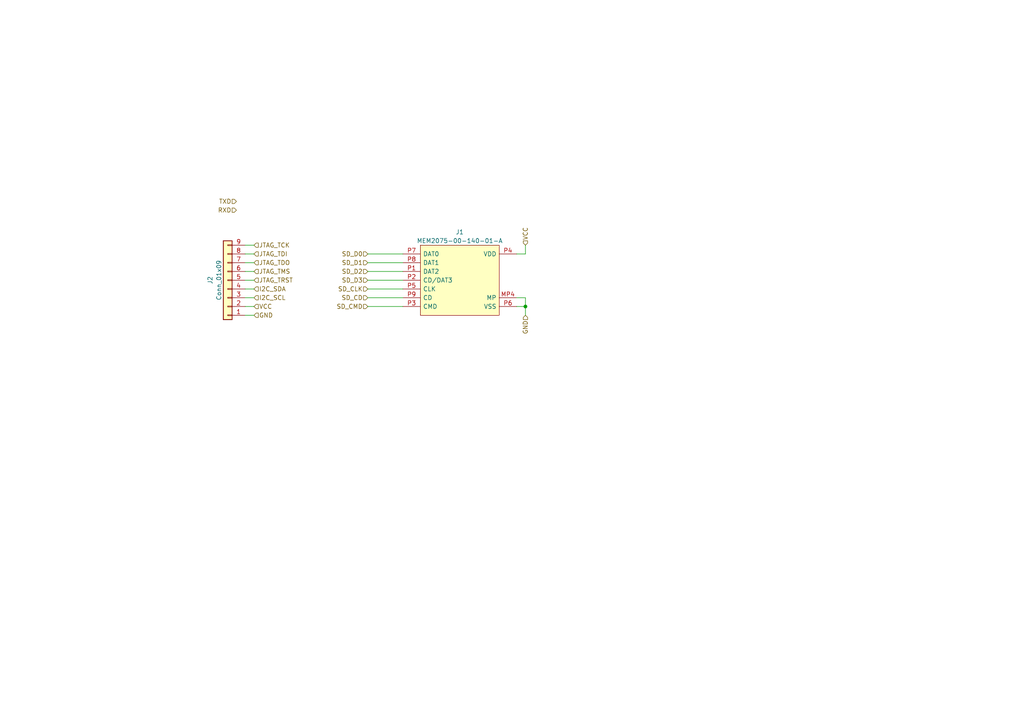
<source format=kicad_sch>
(kicad_sch (version 20230121) (generator eeschema)
  (paper "A4")
  (lib_symbols
    (symbol "ARMband:MEM2075-00-140-01-A" (pin_names (offset 0.762))
      (property "Reference" "J" (at 29.21 7.62 0))
      (property "Value" "MEM2075-00-140-01-A" (at 29.21 5.08 0))
      (symbol "MEM2075-00-140-01-A_0_0"
        (pin passive line (at 33.02 -12.7 180) (length 5.08) hide (name "MP1") (number "MP1"))
        (pin passive line (at 33.02 -12.7 180) (length 5.08) hide (name "MP2") (number "MP2"))
        (pin passive line (at 33.02 -12.7 180) (length 5.08) hide (name "MP3") (number "MP3"))
        (pin passive line (at 33.02 -12.7 180) (length 5.08) (name "MP") (number "MP4"))
        (pin passive line (at 0 -5.08 0) (length 5.08) (name "DAT2") (number "P1"))
        (pin passive line (at 0 -7.62 0) (length 5.08) (name "CD/DAT3") (number "P2"))
        (pin passive line (at 0 -15.24 0) (length 5.08) (name "CMD") (number "P3"))
        (pin passive line (at 33.02 0 180) (length 5.08) (name "VDD") (number "P4"))
        (pin passive line (at 0 -10.16 0) (length 5.08) (name "CLK") (number "P5"))
        (pin passive line (at 33.02 -15.24 180) (length 5.08) (name "VSS") (number "P6"))
        (pin passive line (at 0 0 0) (length 5.08) (name "DAT0") (number "P7"))
        (pin passive line (at 0 -2.54 0) (length 5.08) (name "DAT1") (number "P8"))
        (pin passive line (at 0 -12.7 0) (length 5.08) (name "CD") (number "P9"))
      )
      (symbol "MEM2075-00-140-01-A_1_1"
        (polyline (pts (xy 5.08 2.54) (xy 27.94 2.54) (xy 27.94 -17.78) (xy 5.08 -17.78) (xy 5.08 2.54)) (stroke (width 0.1524)) (fill (type background)))
      )
    )
    (symbol "Connector_Generic:Conn_01x09" (pin_names (offset 1.016) hide)
      (property "Reference" "J" (at 0 12.7 0))
      (property "Value" "Conn_01x09" (at 0 -12.7 0))
      (symbol "Conn_01x09_1_1"
        (rectangle (start -1.27 -10.033) (end 0 -10.287) (stroke (width 0.1524)))
        (rectangle (start -1.27 -7.493) (end 0 -7.747) (stroke (width 0.1524)))
        (rectangle (start -1.27 -4.953) (end 0 -5.207) (stroke (width 0.1524)))
        (rectangle (start -1.27 -2.413) (end 0 -2.667) (stroke (width 0.1524)))
        (rectangle (start -1.27 0.127) (end 0 -0.127) (stroke (width 0.1524)))
        (rectangle (start -1.27 2.667) (end 0 2.413) (stroke (width 0.1524)))
        (rectangle (start -1.27 5.207) (end 0 4.953) (stroke (width 0.1524)))
        (rectangle (start -1.27 7.747) (end 0 7.493) (stroke (width 0.1524)))
        (rectangle (start -1.27 10.287) (end 0 10.033) (stroke (width 0.1524)))
        (rectangle (start -1.27 11.43) (end 1.27 -11.43) (stroke (width 0.254)) (fill (type background)))
        (pin passive line (at -5.08 10.16 0) (length 3.81) (name "Pin_1") (number "1"))
        (pin passive line (at -5.08 7.62 0) (length 3.81) (name "Pin_2") (number "2"))
        (pin passive line (at -5.08 5.08 0) (length 3.81) (name "Pin_3") (number "3"))
        (pin passive line (at -5.08 2.54 0) (length 3.81) (name "Pin_4") (number "4"))
        (pin passive line (at -5.08 0 0) (length 3.81) (name "Pin_5") (number "5"))
        (pin passive line (at -5.08 -2.54 0) (length 3.81) (name "Pin_6") (number "6"))
        (pin passive line (at -5.08 -5.08 0) (length 3.81) (name "Pin_7") (number "7"))
        (pin passive line (at -5.08 -7.62 0) (length 3.81) (name "Pin_8") (number "8"))
        (pin passive line (at -5.08 -10.16 0) (length 3.81) (name "Pin_9") (number "9"))
      )
    )
  )
  (junction (at 152.4 88.9))
  (wire (pts (xy 106.68 81.28) (xy 116.84 81.28)))
  (wire (pts (xy 71.12 83.82) (xy 73.66 83.82)))
  (wire (pts (xy 106.68 73.66) (xy 116.84 73.66)))
  (wire (pts (xy 152.4 86.36) (xy 152.4 88.9)))
  (wire (pts (xy 71.12 81.28) (xy 73.66 81.28)))
  (wire (pts (xy 106.68 86.36) (xy 116.84 86.36)))
  (wire (pts (xy 71.12 86.36) (xy 73.66 86.36)))
  (wire (pts (xy 106.68 76.2) (xy 116.84 76.2)))
  (wire (pts (xy 71.12 88.9) (xy 73.66 88.9)))
  (wire (pts (xy 71.12 76.2) (xy 73.66 76.2)))
  (wire (pts (xy 71.12 78.74) (xy 73.66 78.74)))
  (wire (pts (xy 106.68 88.9) (xy 116.84 88.9)))
  (wire (pts (xy 152.4 88.9) (xy 152.4 91.44)))
  (wire (pts (xy 71.12 71.12) (xy 73.66 71.12)))
  (wire (pts (xy 106.68 83.82) (xy 116.84 83.82)))
  (wire (pts (xy 106.68 78.74) (xy 116.84 78.74)))
  (wire (pts (xy 152.4 73.66) (xy 149.86 73.66)))
  (wire (pts (xy 149.86 88.9) (xy 152.4 88.9)))
  (wire (pts (xy 149.86 86.36) (xy 152.4 86.36)))
  (wire (pts (xy 71.12 73.66) (xy 73.66 73.66)))
  (wire (pts (xy 152.4 71.12) (xy 152.4 73.66)))
  (wire (pts (xy 71.12 91.44) (xy 73.66 91.44)))
  (hierarchical_label "VCC" (shape input) (at 73.66 88.9 0))
  (hierarchical_label "JTAG_TCK" (shape input) (at 73.66 71.12 0))
  (hierarchical_label "GND" (shape input) (at 152.4 91.44 270))
  (hierarchical_label "SD_CMD" (shape input) (at 106.68 88.9 180))
  (hierarchical_label "SD_D0" (shape input) (at 106.68 73.66 180))
  (hierarchical_label "GND" (shape input) (at 73.66 91.44 0))
  (hierarchical_label "JTAG_TDI" (shape input) (at 73.66 73.66 0))
  (hierarchical_label "SD_CD" (shape input) (at 106.68 86.36 180))
  (hierarchical_label "SD_D2" (shape input) (at 106.68 78.74 180))
  (hierarchical_label "I2C_SCL" (shape input) (at 73.66 86.36 0))
  (hierarchical_label "SD_D3" (shape input) (at 106.68 81.28 180))
  (hierarchical_label "JTAG_TMS" (shape input) (at 73.66 78.74 0))
  (hierarchical_label "SD_D1" (shape input) (at 106.68 76.2 180))
  (hierarchical_label "RXD" (shape input) (at 68.58 60.96 180))
  (hierarchical_label "SD_CLK" (shape input) (at 106.68 83.82 180))
  (hierarchical_label "TXD" (shape input) (at 68.58 58.42 180))
  (hierarchical_label "JTAG_TDO" (shape input) (at 73.66 76.2 0))
  (hierarchical_label "JTAG_TRST" (shape input) (at 73.66 81.28 0))
  (hierarchical_label "I2C_SDA" (shape input) (at 73.66 83.82 0))
  (hierarchical_label "VCC" (shape input) (at 152.4 71.12 90))
  (symbol (lib_id "ARMband:MEM2075-00-140-01-A") (at 116.84 73.66 0) (unit 1)
    (property "Reference" "J1" (at 133.35 67.31 0))
    (property "Value" "MEM2075-00-140-01-A" (at 133.35 69.85 0))
    (property "Footprint" "MEM20750014001A" (effects hide))
    (property "Description" "GCT (GLOBAL CONNECTOR TECHNOLOGY) - MEM2075-00-140-01-A - MICRO SD CARD CONN, PUSH-PUSH, 9POS, SMT" (effects hide))
    (property "Height" "1.45" (effects hide))
    (property "MFN" "640-MEM20750014001A" (effects hide))
  )
  (symbol (lib_id "Connector_Generic:Conn_01x09") (at 66.04 81.28 180) (unit 1)
    (property "Reference" "J2" (at 60.96 81.28 90))
    (property "Value" "Conn_01x09" (at 63.5 81.28 90))
  )
)
</source>
